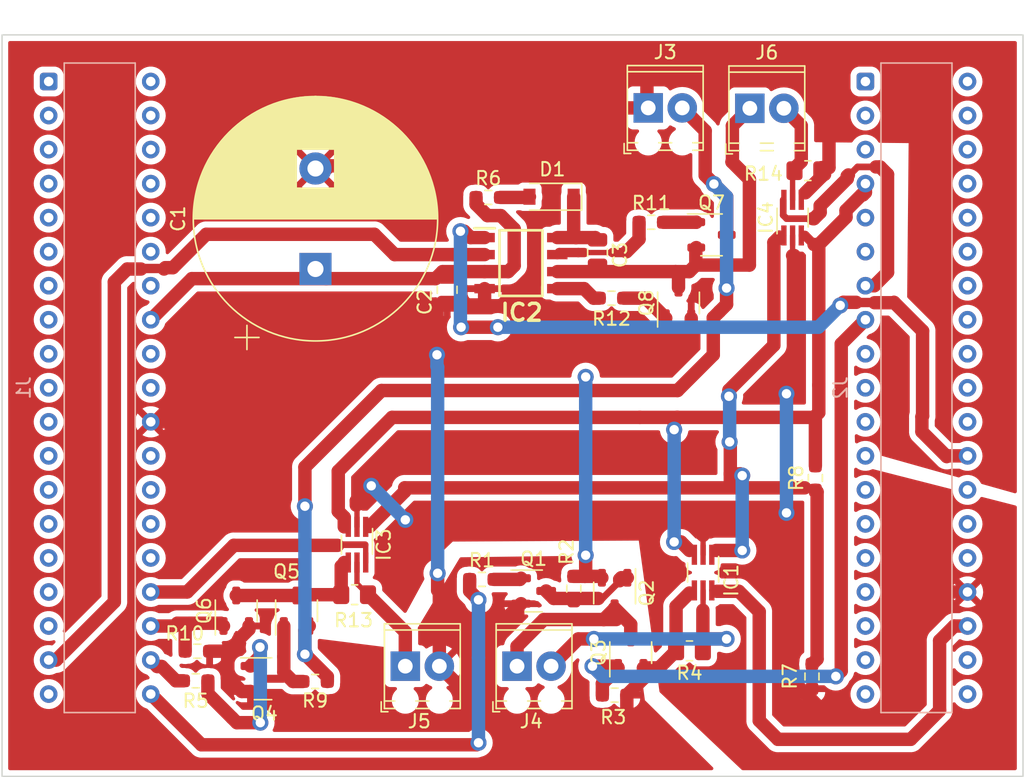
<source format=kicad_pcb>
(kicad_pcb (version 20211014) (generator pcbnew)
  (layers (0 "F.Cu" signal) (31 "B.Cu" signal) (34 "B.Paste" user) (35 "F.Paste" user) (36 "B.SilkS" user "B.Silkscreen") (37 "F.SilkS" user "F.Silkscreen") (38 "B.Mask" user) (39 "F.Mask" user) (44 "Edge.Cuts" user))
  (net 0 "")
  (net 30 "Net-(J1-Pad35)")
  (net 31 "Net-(C3-Pad1)")
  (net 52 "Net-(IC2-Pad1)")
  (net 64 "Net-(D1-Pad2)")
  (net 65 "Net-(J1-Pad38)")
  (net 66 "Net-(IC1-Pad6)")
  (net 67 "/AGND")
  (net 68 "/AVCC")
  (net 69 "/GND")
  (net 70 "/12V")
  (net 71 "Net-(Q1-Pad3)")
  (net 72 "Net-(Q1-Pad1)")
  (net 73 "Net-(IC2-Pad5)")
  (net 74 "Net-(IC2-Pad7)")
  (net 75 "Net-(Q4-Pad3)")
  (net 76 "Net-(J1-Pad34)")
  (net 77 "Net-(J1-Pad36)")
  (net 78 "Net-(Q7-Pad1)")
  (net 79 "Net-(Q8-Pad1)")
  (net 80 "/3V3")
  (net 81 "/Drive2P2")
  (net 82 "Net-(J2-Pad15)")
  (net 83 "Net-(Q4-Pad1)")
  (net 84 "/Drive3_1")
  (net 85 "/Drive1_2")
  (net 86 "Net-(J1-Pad32)")
  (net 87 "/Drive2_1")
  (net 88 "/Drive3_2")
  (net 89 "/Drive1_1")
  (net 90 "Net-(IC4-Pad6)")
  (net 93 "/VCENTER")
  (footprint "Package_TO_SOT_SMD:SOT-363_SC-70-6_Handsoldering" (layer "F.Cu") (at 155.5242 110.1598 90)
    (fp_text reference "IC4")
    (fp_text value "TSC213IYCT")
  )
  (footprint "Capacitor_SMD:C_0805_2012Metric" (layer "F.Cu") (at 140.964201 112.765999 -90)
    (fp_text reference "C3")
    (fp_text value "1u")
  )
  (footprint "TerminalBlock_Phoenix:TerminalBlock_Phoenix_MPT-0,5-2-2.54_1x02_P2.54mm_Horizontal" (layer "F.Cu") (at 152.333 102)
    (fp_text reference "J6")
    (fp_text value "Screw_Terminal_01x02")
  )
  (footprint "Package_TO_SOT_SMD:SOT-23-3" (layer "F.Cu") (at 147.009401 116.525199 90)
    (fp_text reference "Q8")
    (fp_text value "Q_NMOS_GSD")
  )
  (footprint "TerminalBlock_Phoenix:TerminalBlock_Phoenix_MPT-0,5-2-2.54_1x02_P2.54mm_Horizontal" (layer "F.Cu") (at 144.749 101.969999)
    (fp_text reference "J3")
    (fp_text value "Screw_Terminal_01x02")
  )
  (footprint "Package_TO_SOT_SMD:SOT-363_SC-70-6_Handsoldering" (layer "F.Cu") (at 148.844 136.652 -90)
    (fp_text reference "IC1")
    (fp_text value "TSC213IYCT")
  )
  (footprint "Resistor_SMD:R_0603_1608Metric_Pad0.98x0.95mm_HandSolder" (layer "F.Cu") (at 142.007501 116.169599)
    (fp_text reference "R12")
    (fp_text value "5R")
  )
  (footprint "Package_TO_SOT_SMD:SOT-23" (layer "F.Cu") (at 136.1948 138.0236)
    (fp_text reference "Q1")
    (fp_text value "Q_NPN_BEC")
  )
  (footprint "Resistor_SMD:R_0603_1608Metric_Pad0.98x0.95mm_HandSolder" (layer "F.Cu") (at 132.810801 108.651199)
    (fp_text reference "R6")
    (fp_text value "5R" hide)
  )
  (footprint "Resistor_SMD:R_0805_2012Metric_Pad1.20x1.40mm_HandSolder" (layer "F.Cu") (at 156.6672 106.6546)
    (fp_text reference "R14")
    (fp_text value "0R033")
  )
  (footprint "Resistor_SMD:R_0603_1608Metric_Pad0.98x0.95mm_HandSolder" (layer "F.Cu") (at 157.226 129.5927 90)
    (fp_text reference "R8")
    (fp_text value "1K")
  )
  (footprint "Resistor_SMD:R_0603_1608Metric_Pad0.98x0.95mm_HandSolder" (layer "F.Cu") (at 156.972 144.4045 -90)
    (fp_text reference "R7")
    (fp_text value "1K")
  )
  (footprint "Resistor_SMD:R_0603_1608Metric_Pad0.98x0.95mm_HandSolder" (layer "F.Cu") (at 142.24 145.796)
    (fp_text reference "R3")
    (fp_text value "4k7")
  )
  (footprint "Resistor_SMD:R_0603_1608Metric_Pad0.98x0.95mm_HandSolder" (layer "F.Cu") (at 132.334 137.16)
    (fp_text reference "R1")
    (fp_text value "470R")
  )
  (footprint "Package_TO_SOT_SMD:SOT-23" (layer "F.Cu") (at 116 144.5768)
    (fp_text reference "Q4")
    (fp_text value "Q_NPN_BEC")
  )
  (footprint "Capacitor_SMD:C_0805_2012Metric" (layer "F.Cu") (at 129.7432 115.5446 -90)
    (fp_text reference "C2")
    (fp_text value "100u" hide)
  )
  (footprint "Package_TO_SOT_SMD:SOT-23-3" (layer "F.Cu") (at 143.444 142.6265 90)
    (fp_text reference "Q3")
    (fp_text value "Q_NMOS_GSD")
  )
  (footprint "Resistor_SMD:R_0603_1608Metric_Pad0.98x0.95mm_HandSolder" (layer "F.Cu") (at 144.977401 110.505399)
    (fp_text reference "R11")
    (fp_text value "5R")
  )
  (footprint "Resistor_SMD:R_0805_2012Metric_Pad1.20x1.40mm_HandSolder" (layer "F.Cu") (at 122.8344 138.303)
    (fp_text reference "R13")
    (fp_text value "0R033")
  )
  (footprint "Resistor_SMD:R_0603_1608Metric_Pad0.98x0.95mm_HandSolder" (layer "F.Cu") (at 139.192 137.8477 -90)
    (fp_text reference "R2")
    (fp_text value "4k7")
  )
  (footprint "Beetles:SOIC127P600X175-8N" (layer "F.Cu") (at 135.249201 113.553399)
    (fp_text reference "IC2")
    (fp_text value "LF2304NTR" hide)
  )
  (footprint "Resistor_SMD:R_0603_1608Metric_Pad0.98x0.95mm_HandSolder" (layer "F.Cu") (at 119.888 144.78 180)
    (fp_text reference "R9")
    (fp_text value "4k7")
  )
  (footprint "Diode_SMD:D_SOD-123" (layer "F.Cu") (at 137.535201 108.600399 180)
    (fp_text reference "D1")
    (fp_text value "D")
  )
  (footprint "TerminalBlock_Phoenix:TerminalBlock_Phoenix_MPT-0,5-2-2.54_1x02_P2.54mm_Horizontal" (layer "F.Cu") (at 134.958 143.637)
    (fp_text reference "J4")
    (fp_text value "Screw_Terminal_01x02")
  )
  (footprint "Resistor_SMD:R_0603_1608Metric_Pad0.98x0.95mm_HandSolder" (layer "F.Cu") (at 111.0996 142.5194)
    (fp_text reference "R10")
    (fp_text value "4k7")
  )
  (footprint "Capacitor_THT:CP_Radial_D18.0mm_P7.50mm" (layer "F.Cu") (at 119.9134 113.99318 90)
    (fp_text reference "C1")
    (fp_text value "47m")
  )
  (footprint "Package_TO_SOT_SMD:SOT-23-3" (layer "F.Cu") (at 142.24 138.176 -90)
    (fp_text reference "Q2")
    (fp_text value "Q_PMOS_GSD")
  )
  (footprint "Resistor_SMD:R_0603_1608Metric_Pad0.98x0.95mm_HandSolder" (layer "F.Cu") (at 110.9726 144.7292)
    (fp_text reference "R5")
    (fp_text value "470R")
  )
  (footprint "TerminalBlock_Phoenix:TerminalBlock_Phoenix_MPT-0,5-2-2.54_1x02_P2.54mm_Horizontal" (layer "F.Cu") (at 126.619 143.637)
    (fp_text reference "J5")
    (fp_text value "Screw_Terminal_01x02")
  )
  (footprint "Package_TO_SOT_SMD:SOT-23-3" (layer "F.Cu") (at 114 139.5 90)
    (fp_text reference "Q6")
    (fp_text value "Q_NMOS_GSD")
  )
  (footprint "Resistor_SMD:R_0805_2012Metric_Pad1.20x1.40mm_HandSolder" (layer "F.Cu") (at 147.828 142.494 180)
    (fp_text reference "R4")
    (fp_text value "0R033")
  )
  (footprint "Package_TO_SOT_SMD:SOT-363_SC-70-6_Handsoldering" (layer "F.Cu") (at 123.0122 134.5692 -90)
    (fp_text reference "IC3")
    (fp_text value "TSC213IYCT")
  )
  (footprint "Package_TO_SOT_SMD:SOT-23-3" (layer "F.Cu") (at 118.5 139.5 90)
    (fp_text reference "Q5")
    (fp_text value "Q_PMOS_GSD")
  )
  (footprint "Package_TO_SOT_SMD:SOT-23-3" (layer "F.Cu") (at 149.473201 111.445199)
    (fp_text reference "Q7")
    (fp_text value "Q_NMOS_GSD")
  )
  (footprint "Connector_Samtec_HLE_THT:Samtec_HLE-119-02-xx-DV-PE-LC_2x19_P2.54mm_Horizontal" (layer "B.Cu") (at 160.96 100 -90)
    (fp_text reference "J2")
    (fp_text value "Conn_02x19_Odd_Even")
  )
  (footprint "Connector_Samtec_HLE_THT:Samtec_HLE-119-02-xx-DV-PE-LC_2x19_P2.54mm_Horizontal" (layer "B.Cu") (at 100 100 -90)
    (fp_text reference "J1")
    (fp_text value "Conn_02x19_Odd_Even")
  )
  (gr_rect locked (start 96.52 96.52) (end 172.72 151.86) (layer "Edge.Cuts") (width 0.1) (fill none))
  (segment (start 130.139599 112.918399) (end 125.821599 112.918399) (width 1) (layer "F.Cu") (net 30))
  (segment (start 108.712 113.8936) (end 108.6104 113.9952) (width 1) (layer "F.Cu") (net 30))
  (segment (start 124.3076 111.4044) (end 111.76 111.4044) (width 1) (layer "F.Cu") (net 30))
  (segment (start 108.5702 113.955) (end 108.6104 113.9952) (width 0.7) (layer "F.Cu") (net 30))
  (segment (start 132.537201 112.918399) (end 130.139599 112.918399) (width 1) (layer "F.Cu") (net 30))
  (segment (start 109.2708 113.8936) (end 108.712 113.8936) (width 1) (layer "F.Cu") (net 30))
  (segment (start 100.5584 143.18) (end 100 143.18) (width 1) (layer "F.Cu") (net 30))
  (segment (start 106.9234 113.955) (end 108.5702 113.955) (width 0.7) (layer "F.Cu") (net 30))
  (segment (start 106.8832 113.9952) (end 105.8672 113.9952) (width 1) (layer "F.Cu") (net 30))
  (segment (start 104.902 114.9604) (end 104.902 138.8364) (width 1) (layer "F.Cu") (net 30))
  (segment (start 104.902 138.8364) (end 100.5584 143.18) (width 1) (layer "F.Cu") (net 30))
  (segment (start 106.8832 113.9952) (end 106.9234 113.955) (width 0.7) (layer "F.Cu") (net 30))
  (segment (start 125.821599 112.918399) (end 124.3076 111.4044) (width 1) (layer "F.Cu") (net 30))
  (segment (start 111.76 111.4044) (end 109.2708 113.8936) (width 1) (layer "F.Cu") (net 30))
  (segment (start 105.8672 113.9952) (end 104.902 114.9604) (width 1) (layer "F.Cu") (net 30))
  (segment (start 139.185201 108.600399) (end 139.185201 111.481999) (width 1) (layer "F.Cu") (net 31))
  (segment (start 137.961201 111.648399) (end 139.351601 111.648399) (width 1) (layer "F.Cu") (net 31))
  (segment (start 140.796601 111.648399) (end 140.964201 111.815999) (width 1) (layer "F.Cu") (net 31))
  (segment (start 139.185201 111.481999) (end 139.351601 111.648399) (width 1) (layer "F.Cu") (net 31))
  (segment (start 139.351601 111.648399) (end 140.796601 111.648399) (width 1) (layer "F.Cu") (net 31))
  (segment (start 165.1762 126.1364) (end 167.0304 127.9906) (width 1) (layer "F.Cu") (net 52))
  (segment (start 160.284601 116.495) (end 161.6308 116.495) (width 0.7) (layer "F.Cu") (net 52))
  (segment (start 160.271315 116.481714) (end 160.284601 116.495) (width 0.7) (layer "F.Cu") (net 52))
  (segment (start 159.311486 116.481714) (end 160.271315 116.481714) (width 1) (layer "F.Cu") (net 52))
  (segment (start 165.227 118.618) (end 165.227 124.968) (width 1) (layer "F.Cu") (net 52))
  (segment (start 163.0934 116.4844) (end 165.227 118.618) (width 1) (layer "F.Cu") (net 52))
  (segment (start 167.081 127.94) (end 168.58 127.94) (width 1) (layer "F.Cu") (net 52))
  (segment (start 165.1762 125.0188) (end 165.1762 126.1364) (width 1) (layer "F.Cu") (net 52))
  (segment (start 167.0304 127.9906) (end 167.081 127.94) (width 1) (layer "F.Cu") (net 52))
  (segment (start 163.068 116.5098) (end 163.0934 116.4844) (width 1) (layer "F.Cu") (net 52))
  (segment (start 131.0132 111.1758) (end 130.7338 111.1758) (width 1) (layer "F.Cu") (net 52))
  (segment (start 159.0802 116.713) (end 159.311486 116.481714) (width 1) (layer "F.Cu") (net 52))
  (segment (start 131.485799 111.648399) (end 131.0132 111.1758) (width 1) (layer "F.Cu") (net 52))
  (segment (start 165.227 124.968) (end 165.1762 125.0188) (width 1) (layer "F.Cu") (net 52))
  (segment (start 161.6308 116.495) (end 161.6456 116.5098) (width 0.7) (layer "F.Cu") (net 52))
  (segment (start 130.7846 118.3386) (end 133.5278 118.3386) (width 1) (layer "F.Cu") (net 52))
  (segment (start 132.537201 111.648399) (end 131.485799 111.648399) (width 1) (layer "F.Cu") (net 52))
  (segment (start 161.6456 116.5098) (end 163.068 116.5098) (width 1) (layer "F.Cu") (net 52))
  (via (at 130.7338 111.1758) (size 1.2) (drill 0.7) (layers "F.Cu" "B.Cu") (net 52))
  (via (at 159.0802 116.713) (size 1.2) (drill 0.7) (layers "F.Cu" "B.Cu") (net 52))
  (via (at 130.7846 118.3386) (size 1.2) (drill 0.7) (layers "F.Cu" "B.Cu") (net 52))
  (via (at 133.5278 118.3386) (size 1.2) (drill 0.7) (layers "F.Cu" "B.Cu") (net 52))
  (segment (start 133.5278 118.3386) (end 157.4546 118.3386) (width 1) (layer "B.Cu") (net 52))
  (segment (start 157.4546 118.3386) (end 159.0802 116.713) (width 1) (layer "B.Cu") (net 52))
  (segment (start 130.7338 111.1758) (end 130.7338 118.2878) (width 1) (layer "B.Cu") (net 52))
  (segment (start 130.7338 118.2878) (end 130.7846 118.3386) (width 1) (layer "B.Cu") (net 52))
  (segment (start 135.834401 108.651199) (end 135.885201 108.600399) (width 1) (layer "F.Cu") (net 64))
  (segment (start 133.723301 108.651199) (end 135.834401 108.651199) (width 1) (layer "F.Cu") (net 64))
  (segment (start 131.4215 138.0255) (end 132.08 138.684) (width 1) (layer "F.Cu") (net 65))
  (segment (start 111.4044 149.5044) (end 107.62 145.72) (width 1) (layer "F.Cu") (net 65))
  (segment (start 131.9276 149.5044) (end 111.4044 149.5044) (width 1) (layer "F.Cu") (net 65))
  (segment (start 131.4215 137.16) (end 131.4215 138.0255) (width 1) (layer "F.Cu") (net 65))
  (segment (start 132.08 149.352) (end 131.9276 149.5044) (width 1) (layer "F.Cu") (net 65))
  (via (at 132.08 149.352) (size 1.2) (drill 0.7) (layers "F.Cu" "B.Cu") (net 65))
  (via (at 132.08 138.684) (size 1.2) (drill 0.7) (layers "F.Cu" "B.Cu") (net 65))
  (segment (start 132.08 143.002) (end 132.08 149.352) (width 1) (layer "B.Cu") (net 65))
  (segment (start 132.08 143.002) (end 132.08 138.684) (width 1) (layer "B.Cu") (net 65))
  (segment (start 164.338 149.098) (end 166.497 146.939) (width 1) (layer "F.Cu") (net 66))
  (segment (start 153.035 139.573) (end 153.035 147.701) (width 1) (layer "F.Cu") (net 66))
  (segment (start 166.497 146.939) (end 166.497 141.732) (width 1) (layer "F.Cu") (net 66))
  (segment (start 153.035 147.701) (end 154.432 149.098) (width 1) (layer "F.Cu") (net 66))
  (segment (start 149.793 137.982) (end 149.86 138.049) (width 0.4) (layer "F.Cu") (net 66))
  (segment (start 151.511 138.049) (end 153.035 139.573) (width 1) (layer "F.Cu") (net 66))
  (segment (start 166.497 141.732) (end 167.589 140.64) (width 1) (layer "F.Cu") (net 66))
  (segment (start 149.86 138.049) (end 151.511 138.049) (width 1) (layer "F.Cu") (net 66))
  (segment (start 149.494 137.982) (end 149.793 137.982) (width 0.4) (layer "F.Cu") (net 66))
  (segment (start 154.432 149.098) (end 164.338 149.098) (width 1) (layer "F.Cu") (net 66))
  (segment (start 167.589 140.64) (end 168.58 140.64) (width 1) (layer "F.Cu") (net 66))
  (segment (start 147.955 132.715) (end 147.32 132.08) (width 1) (layer "F.Cu") (net 67))
  (segment (start 148.717 132.715) (end 148.717 133.745) (width 1) (layer "F.Cu") (net 67))
  (segment (start 164.465 139.573) (end 164.465 145.923) (width 1) (layer "F.Cu") (net 67))
  (segment (start 155.067 132.842) (end 155.067 132.1943) (width 1) (layer "F.Cu") (net 67))
  (segment (start 148.717 132.715) (end 154.94 132.715) (width 1) (layer "F.Cu") (net 67))
  (segment (start 158.115 147.32) (end 155.067 144.272) (width 1) (layer "F.Cu") (net 67))
  (segment (start 122.9614 131.2926) (end 122.9614 131.6228) (width 1) (layer "F.Cu") (net 67))
  (segment (start 148.717 132.715) (end 147.955 132.715) (width 1) (layer "F.Cu") (net 67))
  (segment (start 155.6364 112.9898) (end 155.5242 112.9898) (width 1) (layer "F.Cu") (net 67))
  (segment (start 127.381 132.08) (end 126.746 132.715) (width 1) (layer "F.Cu") (net 67))
  (segment (start 147.32 132.08) (end 127.381 132.08) (width 1) (layer "F.Cu") (net 67))
  (segment (start 126.746 132.715) (end 126.619 132.715) (width 1) (layer "F.Cu") (net 67))
  (segment (start 155.067 144.272) (end 155.067 132.842) (width 1) (layer "F.Cu") (net 67))
  (segment (start 155.5242 112.7252) (end 155.5242 111.4898) (width 0.4) (layer "F.Cu") (net 67))
  (segment (start 155.8544 121.5136) (end 155.8544 113.2078) (width 1) (layer "F.Cu") (net 67))
  (segment (start 148.717 133.745) (end 148.844 133.872) (width 1) (layer "F.Cu") (net 67))
  (segment (start 168.58 138.1) (end 165.938 138.1) (width 1) (layer "F.Cu") (net 67))
  (segment (start 165.938 138.1) (end 164.465 139.573) (width 1) (layer "F.Cu") (net 67))
  (segment (start 154.94 132.715) (end 155.067 132.842) (width 1) (layer "F.Cu") (net 67))
  (segment (start 164.465 145.923) (end 163.068 147.32) (width 1) (layer "F.Cu") (net 67))
  (segment (start 148.844 133.872) (end 148.844 135.322) (width 0.4) (layer "F.Cu") (net 67))
  (segment (start 155.067 123.3043) (end 155.067 122.301) (width 1) (layer "F.Cu") (net 67))
  (segment (start 155.8544 113.2078) (end 155.6364 112.9898) (width 1) (layer "F.Cu") (net 67))
  (segment (start 155.067 122.301) (end 155.8544 121.5136) (width 1) (layer "F.Cu") (net 67))
  (segment (start 124.079 130.175) (end 122.9614 131.2926) (width 1) (layer "F.Cu") (net 67))
  (segment (start 123.0122 133.2392) (end 123.0122 131.9022) (width 0.4) (layer "F.Cu") (net 67))
  (segment (start 163.068 147.32) (end 158.115 147.32) (width 1) (layer "F.Cu") (net 67))
  (via (at 155.067 123.3043) (size 1.2) (drill 0.7) (layers "F.Cu" "B.Cu") (net 67))
  (via (at 126.619 132.715) (size 1.2) (drill 0.7) (layers "F.Cu" "B.Cu") (net 67))
  (via (at 155.067 132.1943) (size 1.2) (drill 0.7) (layers "F.Cu" "B.Cu") (net 67))
  (via (at 124.079 130.175) (size 1.2) (drill 0.7) (layers "F.Cu" "B.Cu") (net 67))
  (segment (start 126.619 132.715) (end 124.079 130.175) (width 1) (layer "B.Cu") (net 67))
  (segment (start 155.067 132.1943) (end 155.067 123.3043) (width 1) (layer "B.Cu") (net 67))
  (segment (start 146.685 125.984) (end 146.685 125.2982) (width 1) (layer "F.Cu") (net 68))
  (segment (start 144.1196 125.0696) (end 146.9136 125.0696) (width 1) (layer "F.Cu") (net 68))
  (segment (start 160.96 108.28) (end 160.96 107.62) (width 1) (layer "F.Cu") (net 68))
  (segment (start 160.675029 108.458) (end 160.782 108.458) (width 1) (layer "F.Cu") (net 68))
  (segment (start 147.193 134.366) (end 146.685 134.366) (width 1) (layer "F.Cu") (net 68))
  (segment (start 157.48 122.6566) (end 157.48 112.1664) (width 1) (layer "F.Cu") (net 68))
  (segment (start 157.1244 125.0696) (end 157.48 124.714) (width 1) (layer "F.Cu") (net 68))
  (segment (start 160.782 108.458) (end 160.96 108.28) (width 1) (layer "F.Cu") (net 68))
  (segment (start 157.48 112.1664) (end 159.512 110.1344) (width 1) (layer "F.Cu") (net 68))
  (segment (start 144.1196 125.0696) (end 125.6284 125.0696) (width 1) (layer "F.Cu") (net 68))
  (segment (start 125.6284 125.0696) (end 121.6152 129.0828) (width 1) (layer "F.Cu") (net 68))
  (segment (start 157.226 125.1712) (end 157.1244 125.0696) (width 1) (layer "F.Cu") (net 68))
  (segment (start 121.6152 129.0828) (end 121.6152 132.08) (width 1) (layer "F.Cu") (net 68))
  (segment (start 121.6152 132.08) (end 122.0622 132.527) (width 1) (layer "F.Cu") (net 68))
  (segment (start 159.512 109.621029) (end 160.675029 108.458) (width 1) (layer "F.Cu") (net 68))
  (segment (start 122.0622 132.527) (end 122.0622 133.2392) (width 1) (layer "F.Cu") (net 68))
  (segment (start 157.226 128.6802) (end 157.226 125.1712) (width 1) (layer "F.Cu") (net 68))
  (segment (start 159.512 110.1344) (end 159.512 109.621029) (width 1) (layer "F.Cu") (net 68))
  (segment (start 156.4478 111.4898) (end 156.3242 111.4898) (width 0.7) (layer "F.Cu") (net 68))
  (segment (start 157.48 112.1664) (end 157.1244 112.1664) (width 1) (layer "F.Cu") (net 68))
  (segment (start 157.1244 112.1664) (end 156.4478 111.4898) (width 0.7) (layer "F.Cu") (net 68))
  (segment (start 146.685 125.2982) (end 146.9136 125.0696) (width 1) (layer "F.Cu") (net 68))
  (segment (start 147.828 135.001) (end 147.193 134.366) (width 1) (layer "F.Cu") (net 68))
  (segment (start 157.48 124.714) (end 157.48 122.6566) (width 1) (layer "F.Cu") (net 68))
  (segment (start 146.9136 125.0696) (end 157.1244 125.0696) (width 1) (layer "F.Cu") (net 68))
  (via (at 146.685 134.366) (size 1.2) (drill 0.7) (layers "F.Cu" "B.Cu") (net 68))
  (via (at 146.685 125.984) (size 1.2) (drill 0.7) (layers "F.Cu" "B.Cu") (net 68))
  (segment (start 146.685 134.366) (end 146.685 125.984) (width 1) (layer "B.Cu") (net 68))
  (segment (start 134.1499 140.081) (end 135.2573 138.9736) (width 1) (layer "F.Cu") (net 69))
  (segment (start 128.873801 116.611599) (end 114.388401 116.611599) (width 1) (layer "F.Cu") (net 69))
  (segment (start 129.159 140.081) (end 129.159 138.0998) (width 1) (layer "F.Cu") (net 69))
  (segment (start 129.159 140.081) (end 134.1499 140.081) (width 1) (layer "F.Cu") (net 69))
  (segment (start 157.718 106.426) (end 157.6672 106.4768) (width 1) (layer "F.Cu") (net 69))
  (segment (start 128.9812 116.718998) (end 128.873801 116.611599) (width 1) (layer "F.Cu") (net 69))
  (segment (start 147.959401 117.662699) (end 147.959401 119.040599) (width 1) (layer "F.Cu") (net 69))
  (segment (start 137.530799 119.699999) (end 134.5692 116.7384) (width 1) (layer "F.Cu") (net 69))
  (segment (start 143.1525 145.796) (end 144.394 144.5545) (width 1) (layer "F.Cu") (net 69))
  (segment (start 115.5603 146.0246) (end 115.0625 145.5268) (width 1) (layer "F.Cu") (net 69))
  (segment (start 136.786 106.292) (end 137.377599 105.700401) (width 1) (layer "F.Cu") (net 69))
  (segment (start 130.829601 116.677599) (end 128.939801 116.677599) (width 1) (layer "F.Cu") (net 69))
  (segment (start 132.338402 116.7384) (end 132.277601 116.677599) (width 1) (layer "F.Cu") (net 69))
  (segment (start 157.6672 106.6894) (end 157.9118 106.934) (width 1) (layer "F.Cu") (net 69))
  (segment (start 144.653 101.873999) (end 144.653 99.822) (width 1) (layer "F.Cu") (net 69))
  (segment (start 129.032 137.9728) (end 129.032 136.7028) (width 1) (layer "F.Cu") (net 69))
  (segment (start 120.75362 106.49318) (end 120.9548 106.292) (width 1) (layer "F.Cu") (net 69))
  (segment (start 137.377599 101.969999) (end 137.377599 105.700401) (width 1) (layer "F.Cu") (net 69))
  (segment (start 134.5692 116.7384) (end 132.338402 116.7384) (width 1) (layer "F.Cu") (net 69))
  (segment (start 147.300001 119.699999) (end 137.530799 119.699999) (width 1) (layer "F.Cu") (net 69))
  (segment (start 115.0625 145.5268) (end 114.4118 145.5268) (width 1) (layer "F.Cu") (net 69))
  (segment (start 144.907 99.568) (end 157.099 99.568) (width 1) (layer "F.Cu") (net 69))
  (segment (start 113.7666 142.5194) (end 114.173 142.113) (width 1) (layer "F.Cu") (net 69))
  (segment (start 146.828 139.176) (end 147.828 138.176) (width 1) (layer "F.Cu") (net 69))
  (segment (start 142.6718 147.9042) (end 130.6322 147.9042) (width 1) (layer "F.Cu") (net 69))
  (segment (start 129.159 138.0998) (end 129.0828 138.0236) (width 1) (layer "F.Cu") (net 69))
  (segment (start 137.377599 105.700401) (end 137.377599 109.719501) (width 1) (layer "F.Cu") (net 69))
  (segment (start 136.311599 110.785501) (end 136.311599 114.996001) (width 1) (layer "F.Cu") (net 69))
  (segment (start 108.6 125.4) (end 107.62 125.4) (width 1) (layer "F.Cu") (net 69))
  (segment (start 147.959401 119.040599) (end 147.300001 119.699999) (width 1) (layer "F.Cu") (net 69))
  (segment (start 132.277601 116.677599) (end 130.829601 116.677599) (width 1) (layer "F.Cu") (net 69))
  (segment (start 116.2812 146.0246) (end 115.5603 146.0246) (width 1) (layer "F.Cu") (net 69))
  (segment (start 113.3602 142.5448) (end 113.3348 142.5194) (width 1) (layer "F.Cu") (net 69))
  (segment (start 110 124) (end 108.6 125.4) (width 1) (layer "F.Cu") (net 69))
  (segment (start 117.221 146.9644) (end 116.2812 146.0246) (width 1) (layer "F.Cu") (net 69))
  (segment (start 157.6672 107.1126) (end 156.4742 108.3056) (width 1) (layer "F.Cu") (net 69))
  (segment (start 132.537201 115.458399) (end 132.537201 116.417999) (width 1) (layer "F.Cu") (net 69))
  (segment (start 143.1525 147.4235) (end 142.6718 147.9042) (width 1) (layer "F.Cu") (net 69))
  (segment (start 130.6322 147.9042) (end 118.0167 147.9042) (width 1) (layer "F.Cu") (net 69))
  (segment (start 132.537201 116.417999) (end 132.277601 116.677599) (width 1) (layer "F.Cu") (net 69))
  (segment (start 130.6576 145.1356) (end 130.6576 147.8788) (width 1) (layer "F.Cu") (net 69))
  (segment (start 143.1525 145.796) (end 143.1525 147.4235) (width 1) (layer "F.Cu") (net 69))
  (segment (start 157.6672 106.4768) (end 157.6672 106.6894) (width 1) (layer "F.Cu") (net 69))
  (segment (start 144.394 144.5545) (end 144.394 143.764) (width 1) (layer "F.Cu") (net 69))
  (segment (start 114.388401 116.611599) (end 110 121) (width 1) (layer "F.Cu") (net 69))
  (segment (start 120.9548 106.292) (end 136.786 106.292) (width 1) (layer "F.Cu") (net 69))
  (segment (start 119.9134 106.49318) (end 120.75362 106.49318) (width 1) (layer "F.Cu") (net 69))
  (segment (start 129.159 143.637) (end 130.6576 145.1356) (width 1) (layer "F.Cu") (net 69))
  (segment (start 117.221 147.1085) (end 117.221 146.9644) (width 1) (layer "F.Cu") (net 69))
  (segment (start 144.394 143.764) (end 145.558 143.764) (width 1) (layer "F.Cu") (net 69))
  (segment (start 137.377599 109.719501) (end 136.311599 110.785501) (width 1) (layer "F.Cu") (net 69))
  (segment (start 129.0828 138.0236) (end 129.032 137.9728) (width 1) (layer "F.Cu") (net 69))
  (segment (start 114.173 142.113) (end 114.173 141.6558) (width 1) (layer "F.Cu") (net 69))
  (segment (start 113.3348 142.5194) (end 113.7666 142.5194) (width 1) (layer "F.Cu") (net 69))
  (segment (start 128.9812 120.396) (end 128.9812 116.718998) (width 1) (layer "F.Cu") (net 69))
  (segment (start 158.242 100.711) (end 158.242 106.426) (width 1) (layer "F.Cu") (net 69))
  (segment (start 145.558 143.764) (end 146.828 142.494) (width 1) (layer "F.Cu") (net 69))
  (segment (start 128.939801 116.677599) (end 128.873801 116.611599) (width 1) (layer "F.Cu") (net 69))
  (segment (start 129.159 143.637) (end 129.159 140.081) (width 1) (layer "F.Cu") (net 69))
  (segment (start 114.95 140.8788) (end 114.95 140.6375) (width 1) (layer "F.Cu") (net 69))
  (segment (start 146.828 142.494) (end 146.828 139.176) (width 1) (layer "F.Cu") (net 69))
  (segment (start 144.653 99.822) (end 144.907 99.568) (width 1) (layer "F.Cu") (net 69))
  (segment (start 114.173 141.6558) (end 114.95 140.8788) (width 1) (layer "F.Cu") (net 69))
  (segment (start 114.4118 145.5268) (end 113.3602 144.4752) (width 1) (layer "F.Cu") (net 69))
  (segment (start 118.0167 147.9042) (end 117.221 147.1085) (width 1) (layer "F.Cu") (net 69))
  (segment (start 158.242 106.426) (end 157.718 106.426) (width 1) (layer "F.Cu") (net 69))
  (segment (start 157.6672 106.6546) (end 157.6672 107.1126) (width 1) (layer "F.Cu") (net 69))
  (segment (start 136.311599 114.996001) (end 134.5692 116.7384) (width 1) (layer "F.Cu") (net 69))
  (segment (start 110 121) (end 110 124) (width 1) (layer "F.Cu") (net 69))
  (segment (start 144.749 101.969999) (end 144.653 101.873999) (width 1) (layer "F.Cu") (net 69))
  (segment (start 113.3602 144.4752) (end 113.3602 142.5448) (width 1) (layer "F.Cu") (net 69))
  (segment (start 113.3348 142.5194) (end 112.0121 142.5194) (width 1) (layer "F.Cu") (net 69))
  (segment (start 157.099 99.568) (end 158.242 100.711) (width 1) (layer "F.Cu") (net 69))
  (segment (start 144.749 101.969999) (end 137.377599 101.969999) (width 1) (layer "F.Cu") (net 69))
  (segment (start 130.6576 147.8788) (end 130.6322 147.9042) (width 1) (layer "F.Cu") (net 69))
  (via (at 129.032 136.7028) (size 1.2) (drill 0.7) (layers "F.Cu" "B.Cu") (net 69))
  (via (at 128.9812 120.396) (size 1.2) (drill 0.7) (layers "F.Cu" "B.Cu") (net 69))
  (segment (start 129.032 121.3104) (end 128.9812 121.2596) (width 1) (layer "B.Cu") (net 69))
  (segment (start 128.9812 121.2596) (end 128.9812 120.396) (width 1) (layer "B.Cu") (net 69))
  (segment (start 129.032 136.7028) (end 129.032 121.3104) (width 1) (layer "B.Cu") (net 69))
  (segment (start 124.841 123.063) (end 119.126 128.778) (width 1) (layer "F.Cu") (net 70))
  (segment (start 140.081 123.063) (end 124.841 123.063) (width 1) (layer "F.Cu") (net 70))
  (segment (start 150.0632 117.1702) (end 150.5966 116.6368) (width 1) (layer "F.Cu") (net 70))
  (segment (start 141.1867 136.9352) (end 140.0264 136.9352) (width 1) (layer "F.Cu") (net 70))
  (segment (start 120.8005 144.4225) (end 119.126 142.748) (width 1) (layer "F.Cu") (net 70))
  (segment (start 119.126 128.778) (end 119.126 131.699) (width 1) (layer "F.Cu") (net 70))
  (segment (start 149.606 120.396) (end 146.939 123.063) (width 1) (layer "F.Cu") (net 70))
  (segment (start 119.126 140.9615) (end 119.45 140.6375) (width 1) (layer "F.Cu") (net 70))
  (segment (start 140.081 136.8806) (end 140.0264 136.9352) (width 1) (layer "F.Cu") (net 70))
  (segment (start 140.081 135.3566) (end 140.081 136.8806) (width 1) (layer "F.Cu") (net 70))
  (segment (start 140.081 122.047) (end 140.081 123.063) (width 1) (layer "F.Cu") (net 70))
  (segment (start 149.606 120.396) (end 149.606 117.6274) (width 1) (layer "F.Cu") (net 70))
  (segment (start 150.5966 116.6368) (end 150.5966 115.4176) (width 1) (layer "F.Cu") (net 70))
  (segment (start 149.606 117.6274) (end 150.0632 117.1702) (width 1) (layer "F.Cu") (net 70))
  (segment (start 119.126 142.748) (end 119.126 140.9615) (width 1) (layer "F.Cu") (net 70))
  (segment (start 150.610701 108.610701) (end 150.610701 111.445199) (width 1) (layer "F.Cu") (net 70))
  (segment (start 149 103.680999) (end 149 107) (width 1) (layer "F.Cu") (net 70))
  (segment (start 149 107) (end 150.610701 108.610701) (width 1) (layer "F.Cu") (net 70))
  (segment (start 141.29 137.0385) (end 141.1867 136.9352) (width 1) (layer "F.Cu") (net 70))
  (segment (start 147.289 101.969999) (end 149 103.680999) (width 1) (layer "F.Cu") (net 70))
  (segment (start 120.8005 144.78) (end 120.8005 144.4225) (width 1) (layer "F.Cu") (net 70))
  (segment (start 146.939 123.063) (end 140.081 123.063) (width 1) (layer "F.Cu") (net 70))
  (segment (start 140.0264 136.9352) (end 139.192 136.9352) (width 1) (layer "F.Cu") (net 70))
  (via (at 150.5966 115.4176) (size 1.2) (drill 0.7) (layers "F.Cu" "B.Cu") (net 70))
  (via (at 140.081 122.047) (size 1.2) (drill 0.7) (layers "F.Cu" "B.Cu") (net 70))
  (via (at 119.126 142.748) (size 1.2) (drill 0.7) (layers "F.Cu" "B.Cu") (net 70))
  (via (at 140.081 135.3566) (size 1.2) (drill 0.7) (layers "F.Cu" "B.Cu") (net 70))
  (via (at 149.651 107.651) (size 1.2) (drill 0.7) (layers "F.Cu" "B.Cu") (net 70))
  (via (at 119.126 131.699) (size 1.2) (drill 0.7) (layers "F.Cu" "B.Cu") (net 70))
  (segment (start 140.081 122.047) (end 140.081 135.3566) (width 1) (layer "B.Cu") (net 70))
  (segment (start 150.5966 108.5966) (end 149.651 107.651) (width 1) (layer "B.Cu") (net 70))
  (segment (start 119.126 131.699) (end 119.126 142.748) (width 1) (layer "B.Cu") (net 70))
  (segment (start 150.5966 115.4176) (end 150.5966 108.5966) (width 1) (layer "B.Cu") (net 70))
  (segment (start 137.1323 138.0236) (end 137.6911 138.5824) (width 1) (layer "F.Cu") (net 71))
  (segment (start 137.6911 138.5824) (end 141.0208 138.5824) (width 1) (layer "F.Cu") (net 71))
  (segment (start 142.7425 137.0385) (end 142.621 137.16) (width 1) (layer "F.Cu") (net 71))
  (segment (start 141.0208 138.5824) (end 141.327839 138.5824) (width 0.5) (layer "F.Cu") (net 71))
  (segment (start 143.19 137.0385) (end 142.7425 137.0385) (width 1) (layer "F.Cu") (net 71))
  (segment (start 141.327839 138.5824) (end 142.369239 137.541) (width 0.5) (layer "F.Cu") (net 71))
  (segment (start 142.621 137.16) (end 142.621 137.2616) (width 1) (layer "F.Cu") (net 71))
  (segment (start 142.369239 137.541) (end 142.3924 137.541) (width 0.5) (layer "F.Cu") (net 71))
  (segment (start 135.1709 137.16) (end 135.2573 137.0736) (width 1) (layer "F.Cu") (net 72))
  (segment (start 133.2465 137.16) (end 135.1709 137.16) (width 1) (layer "F.Cu") (net 72))
  (segment (start 139.958399 115.458399) (end 137.961201 115.458399) (width 1) (layer "F.Cu") (net 73))
  (segment (start 141.095001 116.169599) (end 140.669599 116.169599) (width 1) (layer "F.Cu") (net 73))
  (segment (start 140.669599 116.169599) (end 139.958399 115.458399) (width 1) (layer "F.Cu") (net 73))
  (segment (start 143.062801 112.765999) (end 142.082704 112.765999) (width 0.7) (layer "F.Cu") (net 74))
  (segment (start 144.064901 111.763899) (end 143.119298 112.709502) (width 1) (layer "F.Cu") (net 74))
  (segment (start 139.532201 112.765999) (end 139.969399 112.765999) (width 0.7) (layer "F.Cu") (net 74))
  (segment (start 138.113601 112.765999) (end 137.961201 112.918399) (width 0.7) (layer "F.Cu") (net 74))
  (segment (start 144.064901 110.505399) (end 144.064901 111.763899) (width 1) (layer "F.Cu") (net 74))
  (segment (start 139.532201 112.765999) (end 138.113601 112.765999) (width 0.7) (layer "F.Cu") (net 74))
  (segment (start 143.119298 112.709502) (end 143.062801 112.765999) (width 0.7) (layer "F.Cu") (net 74))
  (segment (start 142.082704 112.765999) (end 139.969399 112.765999) (width 0.4) (layer "F.Cu") (net 74))
  (segment (start 117.55 144.093) (end 118.237 144.78) (width 1) (layer "F.Cu") (net 75))
  (segment (start 117.55 142.927) (end 117.55 144.093) (width 1) (layer "F.Cu") (net 75))
  (segment (start 118.9755 144.78) (end 118.237 144.78) (width 1) (layer "F.Cu") (net 75))
  (segment (start 117.55 140.6375) (end 117.55 142.927) (width 1) (layer "F.Cu") (net 75))
  (segment (start 118.9755 144.78) (end 118.9425 144.78) (width 0.5) (layer "F.Cu") (net 75))
  (segment (start 109.3976 140.64) (end 107.62 140.64) (width 1) (layer "F.Cu") (net 76))
  (segment (start 112.8445 140.432) (end 110.5962 140.432) (width 1) (layer "F.Cu") (net 76))
  (segment (start 110.5962 140.432) (end 109.6056 140.432) (width 1) (layer "F.Cu") (net 76))
  (segment (start 109.6056 140.432) (end 109.3976 140.64) (width 1) (layer "F.Cu") (net 76))
  (segment (start 110.1871 142.5194) (end 110.1871 140.8411) (width 1) (layer "F.Cu") (net 76))
  (segment (start 113.05 140.6375) (end 112.8445 140.432) (width 1) (layer "F.Cu") (net 76))
  (segment (start 110.1871 140.8411) (end 110.5962 140.432) (width 1) (layer "F.Cu") (net 76))
  (segment (start 108.4326 143.6624) (end 108.1024 143.6624) (width 1) (layer "F.Cu") (net 77))
  (segment (start 108.1024 143.6624) (end 107.62 143.18) (width 1) (layer "F.Cu") (net 77))
  (segment (start 110.0601 144.7292) (end 109.4994 144.7292) (width 1) (layer "F.Cu") (net 77))
  (segment (start 109.4994 144.7292) (end 108.4326 143.6624) (width 1) (layer "F.Cu") (net 77))
  (segment (start 148.325501 110.505399) (end 148.335701 110.495199) (width 1) (layer "F.Cu") (net 78))
  (segment (start 145.889901 110.505399) (end 148.325501 110.505399) (width 1) (layer "F.Cu") (net 78))
  (segment (start 142.920001 116.169599) (end 144.566301 116.169599) (width 1) (layer "F.Cu") (net 79))
  (segment (start 144.566301 116.169599) (end 146.059401 117.662699) (width 1) (layer "F.Cu") (net 79))
  (segment (start 129.397001 114.188399) (end 128.873801 114.711599) (width 1) (layer "F.Cu") (net 80))
  (segment (start 120.711599 114.711599) (end 110.688401 114.711599) (width 1) (layer "F.Cu") (net 80))
  (segment (start 110.688401 114.711599) (end 107.62 117.78) (width 1) (layer "F.Cu") (net 80))
  (segment (start 134.744801 111.007999) (end 134.744801 113.743299) (width 1) (layer "F.Cu") (net 80))
  (segment (start 131.898301 108.651199) (end 131.898301 109.161499) (width 1) (layer "F.Cu") (net 80))
  (segment (start 134.744801 113.743299) (end 134.299701 114.188399) (width 1) (layer "F.Cu") (net 80))
  (segment (start 134.299701 114.188399) (end 132.537201 114.188399) (width 1) (layer "F.Cu") (net 80))
  (segment (start 132.744801 110.007999) (end 133.744801 110.007999) (width 1) (layer "F.Cu") (net 80))
  (segment (start 132.537201 114.188399) (end 129.397001 114.188399) (width 1) (layer "F.Cu") (net 80))
  (segment (start 133.744801 110.007999) (end 134.744801 111.007999) (width 1) (layer "F.Cu") (net 80))
  (segment (start 128.873801 114.711599) (end 120.711599 114.711599) (width 1) (layer "F.Cu") (net 80))
  (segment (start 131.898301 109.161499) (end 132.744801 110.007999) (width 1) (layer "F.Cu") (net 80))
  (segment (start 123.0122 137.4808) (end 123.8344 138.303) (width 0.4) (layer "F.Cu") (net 81))
  (segment (start 126.619 143.637) (end 126.619 141.0876) (width 1) (layer "F.Cu") (net 81))
  (segment (start 126.619 141.0876) (end 123.8344 138.303) (width 1) (layer "F.Cu") (net 81))
  (segment (start 123.0122 135.8992) (end 123.0122 137.4808) (width 0.4) (layer "F.Cu") (net 81))
  (segment (start 159.1564 143.9926) (end 158.75 144.399) (width 1) (layer "F.Cu") (net 82))
  (segment (start 141.3275 145.796) (end 141.3275 144.9305) (width 1) (layer "F.Cu") (net 82))
  (segment (start 140.589 143.637) (end 141.478 144.526) (width 1) (layer "F.Cu") (net 82))
  (segment (start 159.1564 119.5836) (end 159.1564 143.9926) (width 1) (layer "F.Cu") (net 82))
  (segment (start 140.589 143.637) (end 142.367 143.637) (width 1) (layer "F.Cu") (net 82))
  (segment (start 142.367 143.637) (end 142.494 143.764) (width 1) (layer "F.Cu") (net 82))
  (segment (start 160.96 117.78) (end 159.1564 119.5836) (width 1) (layer "F.Cu") (net 82))
  (segment (start 141.732 144.526) (end 142.494 143.764) (width 1) (layer "F.Cu") (net 82))
  (segment (start 141.478 144.526) (end 141.732 144.526) (width 1) (layer "F.Cu") (net 82))
  (segment (start 141.3275 144.9305) (end 141.732 144.526) (width 1) (layer "F.Cu") (net 82))
  (via (at 140.589 143.637) (size 1.2) (drill 0.7) (layers "F.Cu" "B.Cu") (net 82))
  (via (at 158.75 144.399) (size 1.2) (drill 0.7) (layers "F.Cu" "B.Cu") (net 82))
  (segment (start 141.351 144.399) (end 140.589 143.637) (width 1) (layer "B.Cu") (net 82))
  (segment (start 158.75 144.399) (end 141.351 144.399) (width 1) (layer "B.Cu") (net 82))
  (segment (start 113.6904 147.4978) (end 114.046 147.8534) (width 1) (layer "F.Cu") (net 83))
  (segment (start 111.8851 144.7292) (end 111.8851 145.6925) (width 1) (layer "F.Cu") (net 83))
  (segment (start 111.8851 145.6925) (end 113.6904 147.4978) (width 1) (layer "F.Cu") (net 83))
  (segment (start 114.046 147.8534) (end 115.7986 147.8534) (width 1) (layer "F.Cu") (net 83))
  (segment (start 115.7732 142.2146) (end 115.7732 142.9161) (width 1) (layer "F.Cu") (net 83))
  (segment (start 115.7732 142.9161) (end 115.0625 143.6268) (width 1) (layer "F.Cu") (net 83))
  (via (at 115.7986 147.8534) (size 1.2) (drill 0.7) (layers "F.Cu" "B.Cu") (net 83))
  (via (at 115.7732 142.2146) (size 1.2) (drill 0.7) (layers "F.Cu" "B.Cu") (net 83))
  (segment (start 115.7986 142.24) (end 115.7732 142.2146) (width 1) (layer "B.Cu") (net 83))
  (segment (start 115.7986 147.8534) (end 115.7986 142.24) (width 1) (layer "B.Cu") (net 83))
  (segment (start 148.300001 112.430899) (end 148.335701 112.395199) (width 1) (layer "F.Cu") (net 84))
  (segment (start 151 106) (end 152.300001 107.300001) (width 1) (layer "F.Cu") (net 84))
  (segment (start 147.009401 114.409399) (end 146.788401 114.188399) (width 1) (layer "F.Cu") (net 84))
  (segment (start 137.961201 114.188399) (end 146.788401 114.188399) (width 1) (layer "F.Cu") (net 84))
  (segment (start 147.811601 114.188399) (end 148.300001 113.699999) (width 1) (layer "F.Cu") (net 84))
  (segment (start 151.032999 103.300001) (end 151.032999 105.967001) (width 1) (layer "F.Cu") (net 84))
  (segment (start 152.300001 107.300001) (end 152.300001 113.699999) (width 1) (layer "F.Cu") (net 84))
  (segment (start 151.032999 105.967001) (end 151 106) (width 1) (layer "F.Cu") (net 84))
  (segment (start 147.009401 115.387699) (end 147.009401 114.409399) (width 1) (layer "F.Cu") (net 84))
  (segment (start 152.333 102) (end 151.032999 103.300001) (width 1) (layer "F.Cu") (net 84))
  (segment (start 146.788401 114.188399) (end 147.811601 114.188399) (width 1) (layer "F.Cu") (net 84))
  (segment (start 148.300001 113.699999) (end 148.300001 112.430899) (width 1) (layer "F.Cu") (net 84))
  (segment (start 152.300001 113.699999) (end 148.300001 113.699999) (width 1) (layer "F.Cu") (net 84))
  (segment (start 148.828 142.494) (end 148.828 141.24) (width 1) (layer "F.Cu") (net 85))
  (segment (start 140.6906 141.605) (end 139.53 141.605) (width 1) (layer "F.Cu") (net 85))
  (segment (start 150.5966 141.605) (end 148.8186 141.605) (width 1) (layer "F.Cu") (net 85))
  (segment (start 139.53 141.605) (end 137.498 143.637) (width 1) (layer "F.Cu") (net 85))
  (segment (start 148.828 141.24) (end 148.828 139.462) (width 1) (layer "F.Cu") (net 85))
  (segment (start 148.8186 141.605) (end 148.8026 141.621) (width 1) (layer "F.Cu") (net 85))
  (segment (start 148.844 137.982) (end 148.844 139.446) (width 0.4) (layer "F.Cu") (net 85))
  (via (at 140.6906 141.605) (size 1.2) (drill 0.7) (layers "F.Cu" "B.Cu") (net 85))
  (via (at 150.5966 141.605) (size 1.2) (drill 0.7) (layers "F.Cu" "B.Cu") (net 85))
  (segment (start 140.6906 141.605) (end 150.5966 141.605) (width 1) (layer "B.Cu") (net 85))
  (segment (start 121.6152 134.5692) (end 121.5644 134.62) (width 0.4) (layer "F.Cu") (net 86))
  (segment (start 110.3374 138.1) (end 107.62 138.1) (width 1) (layer "F.Cu") (net 86))
  (segment (start 123.6622 135.8992) (end 123.6622 134.6096) (width 0.4) (layer "F.Cu") (net 86))
  (segment (start 113.8174 134.62) (end 110.3374 138.1) (width 1) (layer "F.Cu") (net 86))
  (segment (start 121.5644 134.62) (end 113.8174 134.62) (width 1) (layer "F.Cu") (net 86))
  (segment (start 123.6622 134.6096) (end 123.6218 134.5692) (width 0.4) (layer "F.Cu") (net 86))
  (segment (start 123.6218 134.5692) (end 121.6152 134.5692) (width 0.5) (layer "F.Cu") (net 86))
  (segment (start 122.0622 135.951) (end 122.0622 135.8992) (width 1) (layer "F.Cu") (net 87))
  (segment (start 118.5595 138.303) (end 118.5 138.3625) (width 1) (layer "F.Cu") (net 87))
  (segment (start 114 138.3625) (end 118.5 138.3625) (width 1) (layer "F.Cu") (net 87))
  (segment (start 121.8344 138.303) (end 118.5595 138.303) (width 1) (layer "F.Cu") (net 87))
  (segment (start 121.8344 138.303) (end 121.8344 136.1788) (width 1) (layer "F.Cu") (net 87))
  (segment (start 121.8344 136.1788) (end 122.0622 135.951) (width 1) (layer "F.Cu") (net 87))
  (segment (start 154.873 102) (end 156.173001 103.300001) (width 1) (layer "F.Cu") (net 88))
  (segment (start 156.173001 103.300001) (end 156.173001 105.970999) (width 1) (layer "F.Cu") (net 88))
  (segment (start 155.5242 108.8298) (end 155.5242 106.6198) (width 0.4) (layer "F.Cu") (net 88))
  (segment (start 155.5242 106.6198) (end 155.6672 106.4768) (width 0.4) (layer "F.Cu") (net 88))
  (segment (start 156.173001 105.970999) (end 155.6672 106.4768) (width 1) (layer "F.Cu") (net 88))
  (segment (start 142.24 139.3135) (end 142.24 139.3444) (width 1) (layer "F.Cu") (net 89))
  (segment (start 142.24 139.3444) (end 141.4272 140.1572) (width 1) (layer "F.Cu") (net 89))
  (segment (start 141.4272 140.1572) (end 142.367 140.1572) (width 1) (layer "F.Cu") (net 89))
  (segment (start 136.9568 140.1572) (end 141.4272 140.1572) (width 1) (layer "F.Cu") (net 89))
  (segment (start 134.958 142.156) (end 136.9568 140.1572) (width 1) (layer "F.Cu") (net 89))
  (segment (start 134.958 143.637) (end 134.958 142.156) (width 1) (layer "F.Cu") (net 89))
  (segment (start 143.444 140.5175) (end 142.24 139.3135) (width 1) (layer "F.Cu") (net 89))
  (segment (start 143.444 141.489) (end 143.444 140.5175) (width 1) (layer "F.Cu") (net 89))
  (segment (start 159.8676 106.8832) (end 160.3756 106.3752) (width 0.5) (layer "F.Cu") (net 90))
  (segment (start 162.052 106.3752) (end 162.6108 106.934) (width 1) (layer "F.Cu") (net 90))
  (segment (start 160.3756 106.3752) (end 161.7472 106.3752) (width 0.5) (layer "F.Cu") (net 90))
  (segment (start 159.8676 107.1502) (end 159.8676 106.8832) (width 0.5) (layer "F.Cu") (net 90))
  (segment (start 162.6108 114.2492) (end 161.62 115.24) (width 1) (layer "F.Cu") (net 90))
  (segment (start 154.8242 109.9798) (end 154.8242 108.8298) (width 0.5) (layer "F.Cu") (net 90))
  (segment (start 157.0228 110.236) (end 157.119656 110.236) (width 1) (layer "F.Cu") (net 90))
  (segment (start 162.6108 106.934) (end 162.6108 114.2492) (width 1) (layer "F.Cu") (net 90))
  (segment (start 157.5816 109.2708) (end 157.5816 109.774056) (width 1) (layer "F.Cu") (net 90))
  (segment (start 159.605 107.05874) (end 159.69057 106.97317) (width 1) (layer "F.Cu") (net 90))
  (segment (start 159.605 107.05874) (end 159.605 107.2474) (width 1) (layer "F.Cu") (net 90))
  (segment (start 161.62 115.24) (end 160.96 115.24) (width 1) (layer "F.Cu") (net 90))
  (segment (start 161.7472 106.3752) (end 162.052 106.3752) (width 1) (layer "F.Cu") (net 90))
  (segment (start 157.0228 110.236) (end 155.0804 110.236) (width 0.5) (layer "F.Cu") (net 90))
  (segment (start 159.605 107.2474) (end 157.5816 109.2708) (width 1) (layer "F.Cu") (net 90))
  (segment (start 157.5816 109.774056) (end 157.119656 110.236) (width 1) (layer "F.Cu") (net 90))
  (segment (start 155.0804 110.236) (end 154.8242 109.9798) (width 0.5) (layer "F.Cu") (net 90))
  (segment (start 154.1272 112.014) (end 154.1272 119.6848) (width 1) (layer "F.Cu") (net 93))
  (segment (start 150.7744 123.4948) (end 150.7744 123.0376) (width 1) (layer "F.Cu") (net 93))
  (segment (start 150.876 130.302) (end 150.876 129.286) (width 1) (layer "F.Cu") (net 93))
  (segment (start 126.5759 130.3255) (end 126.5759 130.5991) (width 1) (layer "F.Cu") (net 93))
  (segment (start 156.972 143.492) (end 157.353 143.111) (width 1) (layer "F.Cu") (net 93))
  (segment (start 126.5759 130.5991) (end 123.9622 133.2128) (width 1) (layer "F.Cu") (net 93))
  (segment (start 156.4367 130.3255) (end 126.5759 130.3255) (width 1) (layer "F.Cu") (net 93))
  (segment (start 157.353 130.6322) (end 157.226 130.5052) (width 1) (layer "F.Cu") (net 93))
  (segment (start 150.876 129.286) (end 151.638 129.286) (width 1) (layer "F.Cu") (net 93))
  (segment (start 157.353 143.111) (end 157.353 130.6322) (width 1) (layer "F.Cu") (net 93))
  (segment (start 150.7744 123.0376) (end 154.1272 119.6848) (width 1) (layer "F.Cu") (net 93))
  (segment (start 150.876 127) (end 150.876 129.286) (width 1) (layer "F.Cu") (net 93))
  (segment (start 154.8742 111.4898) (end 154.6514 111.4898) (width 0.4) (layer "F.Cu") (net 93))
  (segment (start 150.876 126.9492) (end 150.8252 126.8984) (width 1) (layer "F.Cu") (net 93))
  (segment (start 151.638 129.286) (end 151.765 129.413) (width 1) (layer "F.Cu") (net 93))
  (segment (start 154.6514 111.4898) (end 154.5336 111.6076) (width 0.4) (layer "F.Cu") (net 93))
  (segment (start 151.765 135.001) (end 149.815 135.001) (width 1) (layer "F.Cu") (net 93))
  (segment (start 150.876 127) (end 150.876 126.9492) (width 1) (layer "F.Cu") (net 93))
  (segment (start 154.5336 111.6076) (end 154.1272 112.014) (width 1) (layer "F.Cu") (net 93))
  (via (at 150.7744 123.4948) (size 1.2) (drill 0.7) (layers "F.Cu" "B.Cu") (net 93))
  (via (at 150.8252 126.8984) (size 1.2) (drill 0.7) (layers "F.Cu" "B.Cu") (net 93))
  (via (at 151.765 135.001) (size 1.2) (drill 0.7) (layers "F.Cu" "B.Cu") (net 93))
  (via (at 151.765 129.413) (size 1.2) (drill 0.7) (layers "F.Cu" "B.Cu") (net 93))
  (segment (start 151.765 129.413) (end 151.765 135.001) (width 1) (layer "B.Cu") (net 93))
  (segment (start 150.8252 126.8984) (end 150.8252 123.5456) (width 1) (layer "B.Cu") (net 93))
  (segment (start 150.8252 123.5456) (end 150.7744 123.4948) (width 1) (layer "B.Cu") (net 93))
  (zone (net 69) (net_name "/GND") (layer "F.Cu") (connect_pads (clearance 0.458)) (min_thickness 0.254) (fill yes (thermal_gap 0.508) (thermal_bridge_width 0.508))
    (polygon (pts (xy 172.7962 96.4946) (xy 172.7454 130.9116) (xy 160.1978 127.381) (xy 159.8422 117.094) (xy 164.062253 117.407195) (xy 164.1856 104.5972) (xy 151.0284 104.4702) (xy 148.9202 122.4788) (xy 147.1422 123.3424) (xy 124.8918 123.0884) (xy 119.3292 128.7272) (xy 119.4562 141.5034) (xy 126.5682 142.3924) (xy 130.7084 135.509) (xy 143.0274 135.3566) (xy 144.5006 146.177) (xy 150.3172 151.9174) (xy 96.3676 151.7904) (xy 96.5962 96.5962)))
  )
  (zone (net 67) (net_name "/AGND") (layer "F.Cu") (connect_pads (clearance 0.458)) (min_thickness 0.254) (fill yes (thermal_gap 0.508) (thermal_bridge_width 0.508))
    (polygon (pts (xy 163.252774 105.401093) (xy 163.100374 116.145293) (xy 158.9278 115.9764) (xy 159.2326 128.3462) (xy 169.3926 130.937) (xy 172.6692 131.7752) (xy 172.7962 151.7142) (xy 152.2222 151.8412) (xy 145.5928 145.5674) (xy 144.0434 134.2644) (xy 130.159922 134.338117) (xy 128.940722 135.506517) (xy 125.9078 141.0716) (xy 120.0912 140.208) (xy 120.2182 128.9558) (xy 125.3998 124.1552) (xy 147.8026 124.1552) (xy 149.8346 123.2662) (xy 151.7396 105.3846)))
  )
)
</source>
